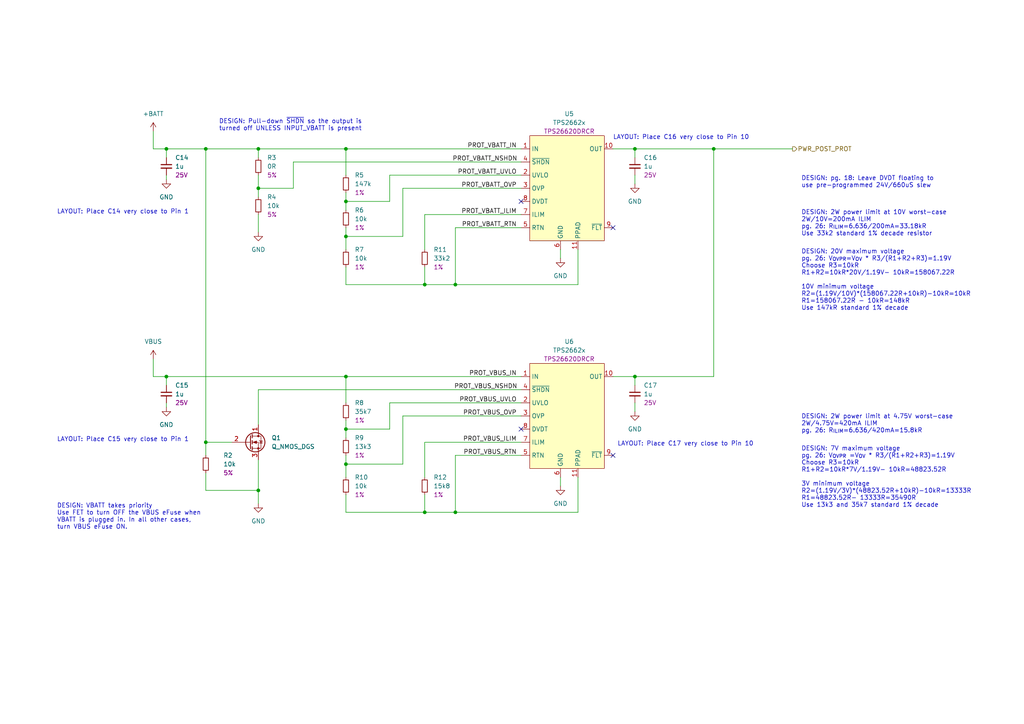
<source format=kicad_sch>
(kicad_sch (version 20211123) (generator eeschema)
  (paper "A4")
  (title_block (title "Car Logger") (date "2024-02-18") (rev "v1") (company "Johnny Cao"))
  (lib_symbols
    (symbol "Device:C_Small" (pin_numbers hide) (pin_names (offset 0.254) hide)
      (property "Reference" "C" (at 0.254 1.778 0))
      (property "Value" "C_Small" (at 0.254 -2.032 0))
      (symbol "C_Small_0_1"
        (polyline (pts (xy -1.524 -0.508) (xy 1.524 -0.508)) (stroke (width 0.3302)))
        (polyline (pts (xy -1.524 0.508) (xy 1.524 0.508)) (stroke (width 0.3048)))
      )
      (symbol "C_Small_1_1"
        (pin passive line (at 0 2.54 270) (length 2.032) (name "~") (number "1"))
        (pin passive line (at 0 -2.54 90) (length 2.032) (name "~") (number "2"))
      )
    )
    (symbol "Device:Q_NMOS_DGS" (pin_names (offset 0) hide)
      (property "Reference" "Q" (at 5.08 1.27 0))
      (property "Value" "Q_NMOS_DGS" (at 5.08 -1.27 0))
      (symbol "Q_NMOS_DGS_0_1"
        (polyline (pts (xy 0.254 0) (xy -2.54 0)))
        (polyline (pts (xy 0.254 1.905) (xy 0.254 -1.905)) (stroke (width 0.254)))
        (polyline (pts (xy 0.762 -1.27) (xy 0.762 -2.286)) (stroke (width 0.254)))
        (polyline (pts (xy 0.762 0.508) (xy 0.762 -0.508)) (stroke (width 0.254)))
        (polyline (pts (xy 0.762 2.286) (xy 0.762 1.27)) (stroke (width 0.254)))
        (polyline (pts (xy 2.54 2.54) (xy 2.54 1.778)))
        (polyline (pts (xy 2.54 -2.54) (xy 2.54 0) (xy 0.762 0)))
        (polyline (pts (xy 0.762 -1.778) (xy 3.302 -1.778) (xy 3.302 1.778) (xy 0.762 1.778)))
        (polyline (pts (xy 1.016 0) (xy 2.032 0.381) (xy 2.032 -0.381) (xy 1.016 0)) (fill (type outline)))
        (polyline (pts (xy 2.794 0.508) (xy 2.921 0.381) (xy 3.683 0.381) (xy 3.81 0.254)))
        (polyline (pts (xy 3.302 0.381) (xy 2.921 -0.254) (xy 3.683 -0.254) (xy 3.302 0.381)))
        (circle (center 1.651 0) (radius 2.794) (stroke (width 0.254)))
        (circle (center 2.54 -1.778) (radius 0.254) (fill (type outline)))
        (circle (center 2.54 1.778) (radius 0.254) (fill (type outline)))
      )
      (symbol "Q_NMOS_DGS_1_1"
        (pin passive line (at 2.54 5.08 270) (length 2.54) (name "D") (number "1"))
        (pin input line (at -5.08 0 0) (length 2.54) (name "G") (number "2"))
        (pin passive line (at 2.54 -5.08 90) (length 2.54) (name "S") (number "3"))
      )
    )
    (symbol "Device:R_Small" (pin_numbers hide) (pin_names (offset 0.254) hide)
      (property "Reference" "R" (at 0.762 0.508 0))
      (property "Value" "R_Small" (at 0.762 -1.016 0))
      (symbol "R_Small_0_1"
        (rectangle (start -0.762 1.778) (end 0.762 -1.778) (stroke (width 0.2032)))
      )
      (symbol "R_Small_1_1"
        (pin passive line (at 0 2.54 270) (length 0.762) (name "~") (number "1"))
        (pin passive line (at 0 -2.54 90) (length 0.762) (name "~") (number "2"))
      )
    )
    (symbol "TPS2662x_1"
      (property "Reference" "U" (at 0 21.59 0))
      (property "Value" "TPS2662x_1" (at 0 0 0))
      (symbol "TPS2662x_1_0_0"
        (pin power_in line (at -13.97 12.7 0) (length 2.54) (name "IN") (number "1"))
        (pin passive line (at 12.7 12.7 180) (length 2.54) (name "OUT") (number "10"))
        (pin input line (at 2.54 -16.51 90) (length 2.54) (name "PPAD") (number "11"))
        (pin input line (at -13.97 5.08 0) (length 2.54) (name "UVLO") (number "2"))
        (pin input line (at -13.97 1.27 0) (length 2.54) (name "OVP") (number "3"))
        (pin input line (at -13.97 8.89 0) (length 2.54) (name "~{SHDN}") (number "4"))
        (pin input line (at -13.97 -10.16 0) (length 2.54) (name "RTN") (number "5"))
        (pin power_in line (at -2.54 -16.51 90) (length 2.54) (name "GND") (number "6"))
        (pin input line (at -13.97 -6.35 0) (length 2.54) (name "ILIM") (number "7"))
        (pin input line (at -13.97 -2.54 0) (length 2.54) (name "DVDT") (number "8"))
        (pin output line (at 12.7 -10.16 180) (length 2.54) (name "~{FLT}") (number "9"))
      )
      (symbol "TPS2662x_1_0_1"
        (rectangle (start -11.43 16.51) (end 10.16 -13.97) (fill (type background)))
      )
    )
    (symbol "car-logger-lib:TPS2662x"
      (property "Reference" "U" (at 0 21.59 0))
      (property "Value" "TPS2662x" (at 0 0 0))
      (symbol "TPS2662x_0_0"
        (pin power_in line (at -13.97 12.7 0) (length 2.54) (name "IN") (number "1"))
        (pin passive line (at 12.7 12.7 180) (length 2.54) (name "OUT") (number "10"))
        (pin input line (at 2.54 -16.51 90) (length 2.54) (name "PPAD") (number "11"))
        (pin input line (at -13.97 5.08 0) (length 2.54) (name "UVLO") (number "2"))
        (pin input line (at -13.97 1.27 0) (length 2.54) (name "OVP") (number "3"))
        (pin input line (at -13.97 8.89 0) (length 2.54) (name "~{SHDN}") (number "4"))
        (pin input line (at -13.97 -10.16 0) (length 2.54) (name "RTN") (number "5"))
        (pin power_in line (at -2.54 -16.51 90) (length 2.54) (name "GND") (number "6"))
        (pin input line (at -13.97 -6.35 0) (length 2.54) (name "ILIM") (number "7"))
        (pin input line (at -13.97 -2.54 0) (length 2.54) (name "DVDT") (number "8"))
        (pin output line (at 12.7 -10.16 180) (length 2.54) (name "~{FLT}") (number "9"))
      )
      (symbol "TPS2662x_0_1"
        (rectangle (start -11.43 16.51) (end 10.16 -13.97) (fill (type background)))
      )
    )
    (symbol "power:+BATT" (power) (pin_names (offset 0))
      (property "Value" "+BATT" (at 0 3.556 0))
      (symbol "+BATT_0_1"
        (polyline (pts (xy -0.762 1.27) (xy 0 2.54)))
        (polyline (pts (xy 0 0) (xy 0 2.54)))
        (polyline (pts (xy 0 2.54) (xy 0.762 1.27)))
      )
      (symbol "+BATT_1_1"
        (pin power_in line (at 0 0 90) (length 0) hide (name "+BATT") (number "1"))
      )
    )
    (symbol "power:GND" (power) (pin_names (offset 0))
      (property "Value" "GND" (at 0 -3.81 0))
      (symbol "GND_0_1"
        (polyline (pts (xy 0 0) (xy 0 -1.27) (xy 1.27 -1.27) (xy 0 -2.54) (xy -1.27 -1.27) (xy 0 -1.27)))
      )
      (symbol "GND_1_1"
        (pin power_in line (at 0 0 270) (length 0) hide (name "GND") (number "1"))
      )
    )
    (symbol "power:VBUS" (power) (pin_names (offset 0))
      (property "Value" "VBUS" (at 0 3.81 0))
      (symbol "VBUS_0_1"
        (polyline (pts (xy -0.762 1.27) (xy 0 2.54)))
        (polyline (pts (xy 0 0) (xy 0 2.54)))
        (polyline (pts (xy 0 2.54) (xy 0.762 1.27)))
      )
      (symbol "VBUS_1_1"
        (pin power_in line (at 0 0 90) (length 0) hide (name "VBUS") (number "1"))
      )
    )
  )
  (junction (at 100.33 109.22))
  (junction (at 184.15 43.18))
  (junction (at 100.33 134.62))
  (junction (at 100.33 68.58))
  (junction (at 100.33 58.42))
  (junction (at 100.33 43.18))
  (junction (at 100.33 124.46))
  (junction (at 132.08 148.59))
  (junction (at 132.08 82.55))
  (junction (at 48.26 109.22))
  (junction (at 59.69 43.18))
  (junction (at 59.69 128.27))
  (junction (at 123.19 82.55))
  (junction (at 184.15 109.22))
  (junction (at 207.01 43.18))
  (junction (at 123.19 148.59))
  (junction (at 74.93 142.24))
  (junction (at 74.93 43.18))
  (junction (at 48.26 43.18))
  (junction (at 74.93 54.61))
  (no_connect (at 151.13 58.42))
  (no_connect (at 151.13 124.46))
  (no_connect (at 177.8 132.08))
  (no_connect (at 177.8 66.04))
  (wire (pts (xy 184.15 43.18) (xy 184.15 45.72)))
  (wire (pts (xy 74.93 54.61) (xy 74.93 57.15)))
  (wire (pts (xy 123.19 143.51) (xy 123.19 148.59)))
  (wire (pts (xy 177.8 43.18) (xy 184.15 43.18)))
  (wire (pts (xy 48.26 43.18) (xy 48.26 45.72)))
  (wire (pts (xy 116.84 68.58) (xy 100.33 68.58)))
  (wire (pts (xy 151.13 66.04) (xy 132.08 66.04)))
  (wire (pts (xy 74.93 62.23) (xy 74.93 67.31)))
  (wire (pts (xy 100.33 148.59) (xy 123.19 148.59)))
  (wire (pts (xy 132.08 82.55) (xy 167.64 82.55)))
  (wire (pts (xy 100.33 109.22) (xy 151.13 109.22)))
  (wire (pts (xy 116.84 134.62) (xy 100.33 134.62)))
  (wire (pts (xy 100.33 143.51) (xy 100.33 148.59)))
  (wire (pts (xy 132.08 148.59) (xy 167.64 148.59)))
  (wire (pts (xy 151.13 50.8) (xy 113.03 50.8)))
  (wire (pts (xy 151.13 132.08) (xy 132.08 132.08)))
  (wire (pts (xy 48.26 50.8) (xy 48.26 52.07)))
  (wire (pts (xy 123.19 82.55) (xy 132.08 82.55)))
  (wire (pts (xy 177.8 109.22) (xy 184.15 109.22)))
  (wire (pts (xy 59.69 43.18) (xy 59.69 128.27)))
  (wire (pts (xy 100.33 82.55) (xy 123.19 82.55)))
  (wire (pts (xy 184.15 43.18) (xy 207.01 43.18)))
  (wire (pts (xy 151.13 120.65) (xy 116.84 120.65)))
  (wire (pts (xy 48.26 43.18) (xy 59.69 43.18)))
  (wire (pts (xy 100.33 55.88) (xy 100.33 58.42)))
  (wire (pts (xy 100.33 68.58) (xy 100.33 72.39)))
  (wire (pts (xy 184.15 109.22) (xy 207.01 109.22)))
  (wire (pts (xy 100.33 134.62) (xy 100.33 138.43)))
  (wire (pts (xy 132.08 66.04) (xy 132.08 82.55)))
  (wire (pts (xy 85.09 46.99) (xy 85.09 54.61)))
  (wire (pts (xy 162.56 72.39) (xy 162.56 74.93)))
  (wire (pts (xy 74.93 43.18) (xy 100.33 43.18)))
  (wire (pts (xy 44.45 38.1) (xy 44.45 43.18)))
  (wire (pts (xy 123.19 77.47) (xy 123.19 82.55)))
  (wire (pts (xy 113.03 116.84) (xy 113.03 124.46)))
  (wire (pts (xy 123.19 72.39) (xy 123.19 62.23)))
  (wire (pts (xy 123.19 138.43) (xy 123.19 128.27)))
  (wire (pts (xy 116.84 54.61) (xy 116.84 68.58)))
  (wire (pts (xy 207.01 43.18) (xy 207.01 109.22)))
  (wire (pts (xy 48.26 109.22) (xy 48.26 111.76)))
  (wire (pts (xy 59.69 137.16) (xy 59.69 142.24)))
  (wire (pts (xy 184.15 50.8) (xy 184.15 53.34)))
  (wire (pts (xy 59.69 43.18) (xy 74.93 43.18)))
  (wire (pts (xy 74.93 146.05) (xy 74.93 142.24)))
  (wire (pts (xy 74.93 50.8) (xy 74.93 54.61)))
  (wire (pts (xy 74.93 133.35) (xy 74.93 142.24)))
  (wire (pts (xy 123.19 128.27) (xy 151.13 128.27)))
  (wire (pts (xy 44.45 43.18) (xy 48.26 43.18)))
  (wire (pts (xy 151.13 46.99) (xy 85.09 46.99)))
  (wire (pts (xy 151.13 116.84) (xy 113.03 116.84)))
  (wire (pts (xy 167.64 148.59) (xy 167.64 138.43)))
  (wire (pts (xy 48.26 116.84) (xy 48.26 118.11)))
  (wire (pts (xy 59.69 142.24) (xy 74.93 142.24)))
  (wire (pts (xy 100.33 124.46) (xy 100.33 127)))
  (wire (pts (xy 100.33 43.18) (xy 151.13 43.18)))
  (wire (pts (xy 74.93 113.03) (xy 74.93 123.19)))
  (wire (pts (xy 151.13 113.03) (xy 74.93 113.03)))
  (wire (pts (xy 85.09 54.61) (xy 74.93 54.61)))
  (wire (pts (xy 162.56 138.43) (xy 162.56 140.97)))
  (wire (pts (xy 207.01 43.18) (xy 229.87 43.18)))
  (wire (pts (xy 44.45 109.22) (xy 48.26 109.22)))
  (wire (pts (xy 100.33 58.42) (xy 100.33 60.96)))
  (wire (pts (xy 113.03 124.46) (xy 100.33 124.46)))
  (wire (pts (xy 100.33 109.22) (xy 100.33 116.84)))
  (wire (pts (xy 59.69 132.08) (xy 59.69 128.27)))
  (wire (pts (xy 44.45 104.14) (xy 44.45 109.22)))
  (wire (pts (xy 113.03 50.8) (xy 113.03 58.42)))
  (wire (pts (xy 123.19 148.59) (xy 132.08 148.59)))
  (wire (pts (xy 100.33 132.08) (xy 100.33 134.62)))
  (wire (pts (xy 100.33 121.92) (xy 100.33 124.46)))
  (wire (pts (xy 132.08 132.08) (xy 132.08 148.59)))
  (wire (pts (xy 113.03 58.42) (xy 100.33 58.42)))
  (wire (pts (xy 100.33 66.04) (xy 100.33 68.58)))
  (wire (pts (xy 167.64 82.55) (xy 167.64 72.39)))
  (wire (pts (xy 184.15 109.22) (xy 184.15 111.76)))
  (wire (pts (xy 59.69 128.27) (xy 67.31 128.27)))
  (wire (pts (xy 123.19 62.23) (xy 151.13 62.23)))
  (wire (pts (xy 151.13 54.61) (xy 116.84 54.61)))
  (wire (pts (xy 48.26 109.22) (xy 100.33 109.22)))
  (wire (pts (xy 74.93 43.18) (xy 74.93 45.72)))
  (wire (pts (xy 100.33 77.47) (xy 100.33 82.55)))
  (wire (pts (xy 100.33 43.18) (xy 100.33 50.8)))
  (wire (pts (xy 116.84 120.65) (xy 116.84 134.62)))
  (wire (pts (xy 184.15 116.84) (xy 184.15 119.38)))
  (text "DESIGN: VBATT takes priority\nUse FET to turn OFF the VBUS eFuse when \nVBATT is plugged in. In all other cases,\nturn VBUS eFuse ON." (at 16.51 153.67 0) (effects (font (size 1.27 1.27)) (justify left bottom)))
  (text "DESIGN: pg. 18: Leave DVDT floating to \nuse pre-programmed 24V/660uS slew" (at 232.41 54.61 0) (effects (font (size 1.27 1.27)) (justify left bottom)))
  (text "DESIGN: 7V maximum voltage\npg. 26: V_{OVPR} =V_{OV} * R3/(R1+R2+R3)=1.19V\nChoose R3=10kR\nR1+R2=10kR*7V/1.19V- 10kR=48823.52R\n\n3V minimum voltage\nR2=(1.19V/3V)*(48823.52R+10kR)-10kR=13333R\nR1=48823.52R- 13333R=35490R\nUse 13k3 and 35k7 standard 1% decade" (at 232.41 147.32 0) (effects (font (size 1.27 1.27)) (justify left bottom)))
  (text "LAYOUT: Place C16 very close to Pin 10" (at 177.8 40.64 0) (effects (font (size 1.27 1.27)) (justify left bottom)))
  (text "DESIGN: 20V maximum voltage\npg. 26: V_{OVPR}=V_{OV} * R3/(R1+R2+R3)=1.19V\nChoose R3=10kR\nR1+R2=10kR*20V/1.19V- 10kR=158067.22R\n\n10V minimum voltage\nR2=(1.19V/10V)*(158067.22R+10kR)-10kR=10kR\nR1=158067.22R - 10kR=148kR\nUse 147kR standard 1% decade" (at 232.41 90.17 0) (effects (font (size 1.27 1.27)) (justify left bottom)))
  (text "DESIGN: 2W power limit at 4.75V worst-case\n2W/4.75V=420mA ILIM\npg. 26: R_{ILIM}=6.636/420mA=15.8kR" (at 232.41 125.73 0) (effects (font (size 1.27 1.27)) (justify left bottom)))
  (text "DESIGN: 2W power limit at 10V worst-case\n2W/10V=200mA ILIM\npg. 26: R_{ILIM}=6.636/200mA=33.18kR\nUse 33k2 standard 1% decade resistor" (at 232.41 68.58 0) (effects (font (size 1.27 1.27)) (justify left bottom)))
  (text "LAYOUT: Place C17 very close to Pin 10" (at 179.07 129.54 0) (effects (font (size 1.27 1.27)) (justify left bottom)))
  (text "LAYOUT: Place C15 very close to Pin 1" (at 16.51 128.27 0) (effects (font (size 1.27 1.27)) (justify left bottom)))
  (text "DESIGN: Pull-down ~{SHDN} so the output is\nturned off UNLESS INPUT_VBATT is present" (at 63.5 38.1 0) (effects (font (size 1.27 1.27)) (justify left bottom)))
  (text "LAYOUT: Place C14 very close to Pin 1" (at 16.51 62.23 0) (effects (font (size 1.27 1.27)) (justify left bottom)))
  (label "PROT_VBUS_NSHDN" (at 150.0584 113.03 180))
  (label "PROT_VBATT_IN" (at 149.86 43.18 180))
  (label "PROT_VBUS_IN" (at 149.86 109.22 180))
  (label "PROT_VBATT_ILIM" (at 149.86 62.23 180))
  (label "PROT_VBATT_NSHDN" (at 150.0584 46.99 180))
  (label "PROT_VBUS_RTN" (at 149.86 132.08 180))
  (label "PROT_VBATT_UVLO" (at 149.86 50.8 180))
  (label "PROT_VBUS_OVP" (at 149.86 120.65 180))
  (label "PROT_VBUS_UVLO" (at 149.86 116.84 180))
  (label "PROT_VBATT_RTN" (at 149.86 66.04 180))
  (label "PROT_VBATT_OVP" (at 149.86 54.61 180))
  (label "PROT_VBUS_ILIM" (at 149.86 128.27 180))
  (hierarchical_label "PWR_POST_PROT" (shape output) (at 229.87 43.18 0))
  (symbol (lib_id "power:GND") (at 74.93 67.31 0) (unit 1)
    (property "Reference" "#PWR0130" (effects hide))
    (property "Value" "GND" (at 74.93 72.39 0))
  )
  (symbol (lib_id "power:GND") (at 48.26 52.07 0) (unit 1)
    (property "Reference" "#PWR0134" (effects hide))
    (property "Value" "GND" (at 48.26 57.15 0))
  )
  (symbol (lib_id "power:GND") (at 162.56 74.93 0) (unit 1)
    (property "Reference" "#PWR0128" (effects hide))
    (property "Value" "GND" (at 162.56 80.01 0))
  )
  (symbol (lib_id "Device:R_Small") (at 100.33 53.34 0) (unit 1)
    (property "Reference" "R5" (at 102.87 50.8001 0) (effects (justify left)))
    (property "Value" "147k" (at 102.87 53.34 0) (effects (justify left)))
    (property "Footprint" "Resistor_SMD:R_0603_1608Metric" (effects hide))
    (property "Tolerance" "1%" (at 102.87 55.8801 0) (effects (justify left)))
  )
  (symbol (lib_id "power:GND") (at 74.93 146.05 0) (unit 1)
    (property "Reference" "#PWR0125" (effects hide))
    (property "Value" "GND" (at 74.93 151.13 0))
  )
  (symbol (lib_id "Device:R_Small") (at 100.33 63.5 0) (unit 1)
    (property "Reference" "R6" (at 102.87 60.9601 0) (effects (justify left)))
    (property "Value" "10k" (at 102.87 63.5 0) (effects (justify left)))
    (property "Footprint" "Resistor_SMD:R_0603_1608Metric" (effects hide))
    (property "Tolerance" "1%" (at 102.87 66.0401 0) (effects (justify left)))
  )
  (symbol (lib_id "Device:R_Small") (at 100.33 129.54 0) (unit 1)
    (property "Reference" "R9" (at 102.87 127.0001 0) (effects (justify left)))
    (property "Value" "13k3" (at 102.87 129.54 0) (effects (justify left)))
    (property "Footprint" "Resistor_SMD:R_0603_1608Metric" (effects hide))
    (property "Tolerance" "1%" (at 102.87 132.0801 0) (effects (justify left)))
  )
  (symbol (lib_id "power:VBUS") (at 44.45 104.14 0) (unit 1)
    (property "Reference" "#PWR0133" (effects hide))
    (property "Value" "VBUS" (at 44.45 99.06 0))
  )
  (symbol (lib_id "Device:Q_NMOS_DGS") (at 72.39 128.27 0) (unit 1)
    (property "Reference" "Q1" (at 78.74 126.9999 0) (effects (justify left)))
    (property "Value" "Q_NMOS_DGS" (at 78.74 129.5399 0) (effects (justify left)))
    (property "Footprint" "Package_TO_SOT_SMD:SOT-23-3" (effects hide))
  )
  (symbol (lib_id "Device:R_Small") (at 100.33 119.38 0) (unit 1)
    (property "Reference" "R8" (at 102.87 116.8401 0) (effects (justify left)))
    (property "Value" "35k7" (at 102.87 119.38 0) (effects (justify left)))
    (property "Footprint" "Resistor_SMD:R_0603_1608Metric" (effects hide))
    (property "Tolerance" "1%" (at 102.87 121.9201 0) (effects (justify left)))
  )
  (symbol (lib_id "Device:C_Small") (at 48.26 48.26 0) (unit 1)
    (property "Reference" "C14" (at 50.8 45.72 0) (effects (justify left)))
    (property "Value" "1u" (at 50.8 48.26 0) (effects (justify left)))
    (property "Footprint" "Capacitor_SMD:C_0603_1608Metric" (effects hide))
    (property "Rating" "25V" (at 50.8 50.7938 0) (effects (justify left)))
  )
  (symbol (lib_id "Device:R_Small") (at 123.19 140.97 0) (unit 1)
    (property "Reference" "R12" (at 125.73 138.4301 0) (effects (justify left)))
    (property "Value" "15k8" (at 125.73 140.97 0) (effects (justify left)))
    (property "Footprint" "Resistor_SMD:R_0603_1608Metric" (effects hide))
    (property "Tolerance" "1%" (at 125.73 143.5101 0) (effects (justify left)))
  )
  (symbol (lib_id "Device:C_Small") (at 184.15 48.26 0) (unit 1)
    (property "Reference" "C16" (at 186.69 45.72 0) (effects (justify left)))
    (property "Value" "1u" (at 186.69 48.26 0) (effects (justify left)))
    (property "Footprint" "Capacitor_SMD:C_0603_1608Metric" (effects hide))
    (property "Rating" "25V" (at 186.69 50.7938 0) (effects (justify left)))
  )
  (symbol (lib_id "Device:R_Small") (at 74.93 59.69 0) (unit 1)
    (property "Reference" "R4" (at 77.47 57.1501 0) (effects (justify left)))
    (property "Value" "10k" (at 77.47 59.69 0) (effects (justify left)))
    (property "Footprint" "Resistor_SMD:R_0603_1608Metric" (effects hide))
    (property "Tolerance" "5%" (at 77.47 62.2301 0) (effects (justify left)))
  )
  (symbol (lib_id "power:GND") (at 184.15 119.38 0) (unit 1)
    (property "Reference" "#PWR0126" (effects hide))
    (property "Value" "GND" (at 184.15 124.46 0))
  )
  (symbol (lib_id "Device:C_Small") (at 48.26 114.3 0) (unit 1)
    (property "Reference" "C15" (at 50.8 111.76 0) (effects (justify left)))
    (property "Value" "1u" (at 50.8 114.3 0) (effects (justify left)))
    (property "Footprint" "Capacitor_SMD:C_0603_1608Metric" (effects hide))
    (property "Rating" "25V" (at 50.8 116.8338 0) (effects (justify left)))
  )
  (symbol (lib_id "car-logger-lib:TPS2662x") (at 165.1 55.88 0) (unit 1)
    (property "Reference" "U5" (at 165.1 33.02 0))
    (property "Value" "TPS2662x" (at 165.1 35.56 0))
    (property "Footprint" "Package_SON:VSON-10-1EP_3x3mm_P0.5mm_EP1.65x2.4mm" (effects hide))
    (property "Datasheet" "https://www.ti.com/lit/gpn/tps2662" (effects hide))
    (property "PN" "TPS26620DRCR" (at 165.1 38.1 0))
  )
  (symbol (lib_id "power:+BATT") (at 44.45 38.1 0) (unit 1)
    (property "Reference" "#PWR0131" (effects hide))
    (property "Value" "+BATT" (at 44.45 33.02 0))
  )
  (symbol (lib_id "Device:C_Small") (at 184.15 114.3 0) (unit 1)
    (property "Reference" "C17" (at 186.69 111.76 0) (effects (justify left)))
    (property "Value" "1u" (at 186.69 114.3 0) (effects (justify left)))
    (property "Footprint" "Capacitor_SMD:C_0603_1608Metric" (effects hide))
    (property "Rating" "25V" (at 186.69 116.8338 0) (effects (justify left)))
  )
  (symbol (lib_id "power:GND") (at 162.56 140.97 0) (unit 1)
    (property "Reference" "#PWR0127" (effects hide))
    (property "Value" "GND" (at 162.56 146.05 0))
  )
  (symbol (lib_id "Device:R_Small") (at 74.93 48.26 0) (unit 1)
    (property "Reference" "R3" (at 77.47 45.7201 0) (effects (justify left)))
    (property "Value" "0R" (at 77.47 48.26 0) (effects (justify left)))
    (property "Footprint" "Resistor_SMD:R_0603_1608Metric" (effects hide))
    (property "Tolerance" "5%" (at 77.47 50.8001 0) (effects (justify left)))
  )
  (symbol (lib_id "Device:R_Small") (at 123.19 74.93 0) (unit 1)
    (property "Reference" "R11" (at 125.73 72.3901 0) (effects (justify left)))
    (property "Value" "33k2" (at 125.73 74.93 0) (effects (justify left)))
    (property "Footprint" "Resistor_SMD:R_0603_1608Metric" (effects hide))
    (property "Tolerance" "1%" (at 125.73 77.4701 0) (effects (justify left)))
  )
  (symbol (lib_id "Device:R_Small") (at 100.33 140.97 0) (unit 1)
    (property "Reference" "R10" (at 102.87 138.4301 0) (effects (justify left)))
    (property "Value" "10k" (at 102.87 140.97 0) (effects (justify left)))
    (property "Footprint" "Resistor_SMD:R_0603_1608Metric" (effects hide))
    (property "Tolerance" "1%" (at 102.87 143.5101 0) (effects (justify left)))
  )
  (symbol (lib_id "Device:R_Small") (at 59.69 134.62 0) (unit 1)
    (property "Reference" "R2" (at 64.77 132.0801 0) (effects (justify left)))
    (property "Value" "10k" (at 64.77 134.62 0) (effects (justify left)))
    (property "Footprint" "Resistor_SMD:R_0603_1608Metric" (effects hide))
    (property "Tolerance" "5%" (at 64.77 137.1601 0) (effects (justify left)))
  )
  (symbol (lib_id "power:GND") (at 184.15 53.34 0) (unit 1)
    (property "Reference" "#PWR0129" (effects hide))
    (property "Value" "GND" (at 184.15 58.42 0))
  )
  (symbol (lib_id "power:GND") (at 48.26 118.11 0) (unit 1)
    (property "Reference" "#PWR0132" (effects hide))
    (property "Value" "GND" (at 48.26 123.19 0))
  )
  (symbol (lib_id "Device:R_Small") (at 100.33 74.93 0) (unit 1)
    (property "Reference" "R7" (at 102.87 72.3901 0) (effects (justify left)))
    (property "Value" "10k" (at 102.87 74.93 0) (effects (justify left)))
    (property "Footprint" "Resistor_SMD:R_0603_1608Metric" (effects hide))
    (property "Tolerance" "1%" (at 102.87 77.4701 0) (effects (justify left)))
  )
  (symbol (lib_name "TPS2662x_1") (lib_id "car-logger-lib:TPS2662x") (at 165.1 121.92 0) (unit 1)
    (property "Reference" "U6" (at 165.1 99.06 0))
    (property "Value" "TPS2662x" (at 165.1 101.6 0))
    (property "Footprint" "Package_SON:VSON-10-1EP_3x3mm_P0.5mm_EP1.65x2.4mm" (effects hide))
    (property "Datasheet" "https://www.ti.com/lit/gpn/tps2662" (effects hide))
    (property "PN" "TPS26620DRCR" (at 165.1 104.14 0))
  )
)
</source>
